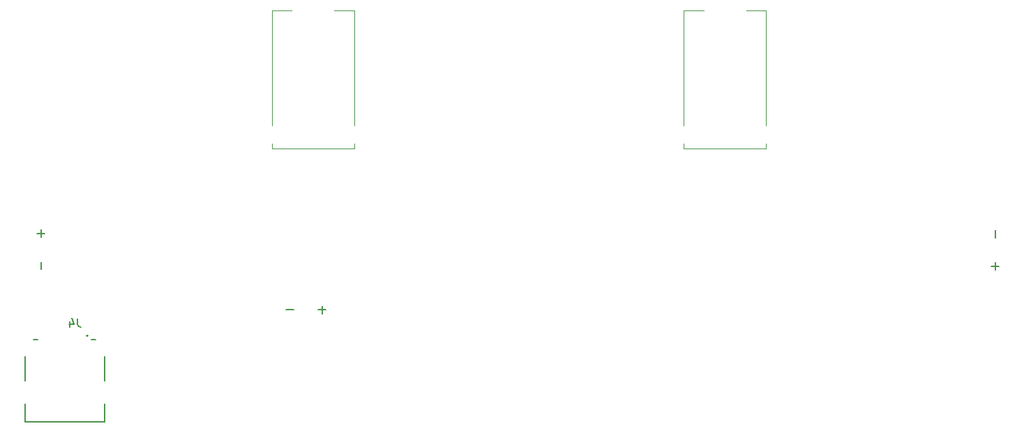
<source format=gbr>
%TF.GenerationSoftware,KiCad,Pcbnew,7.0.6*%
%TF.CreationDate,2023-11-30T12:48:28-08:00*%
%TF.ProjectId,UGC_Main,5547435f-4d61-4696-9e2e-6b696361645f,rev?*%
%TF.SameCoordinates,Original*%
%TF.FileFunction,Legend,Bot*%
%TF.FilePolarity,Positive*%
%FSLAX46Y46*%
G04 Gerber Fmt 4.6, Leading zero omitted, Abs format (unit mm)*
G04 Created by KiCad (PCBNEW 7.0.6) date 2023-11-30 12:48:28*
%MOMM*%
%LPD*%
G01*
G04 APERTURE LIST*
%ADD10C,0.150000*%
%ADD11C,0.127000*%
%ADD12C,0.200000*%
%ADD13C,0.100000*%
G04 APERTURE END LIST*
D10*
X164914979Y-135313852D02*
X164914979Y-136029521D01*
X164914979Y-136029521D02*
X164962691Y-136172655D01*
X164962691Y-136172655D02*
X165058113Y-136268078D01*
X165058113Y-136268078D02*
X165201247Y-136315789D01*
X165201247Y-136315789D02*
X165296670Y-136315789D01*
X164008465Y-135647831D02*
X164008465Y-136315789D01*
X164247021Y-135266141D02*
X164485577Y-135981810D01*
X164485577Y-135981810D02*
X163865331Y-135981810D01*
D11*
%TO.C,J4*%
X168178951Y-147904694D02*
X168178951Y-145654694D01*
X168178951Y-142904694D02*
X168178951Y-139904694D01*
X167103951Y-137904694D02*
X166603951Y-137904694D01*
X160103951Y-137904694D02*
X159603951Y-137904694D01*
X158528951Y-147904694D02*
X168178951Y-147904694D01*
X158528951Y-145654694D02*
X158528951Y-147904694D01*
X158528951Y-139904694D02*
X158528951Y-142904694D01*
D12*
X166203951Y-137404694D02*
G75*
G03*
X166203951Y-137404694I-100000J0D01*
G01*
D13*
%TO.C,RV2*%
X248483657Y-114684400D02*
X248483657Y-114059400D01*
X248483657Y-114684400D02*
X238483657Y-114684400D01*
X248483657Y-97934400D02*
X248483657Y-111874400D01*
X248483657Y-97934400D02*
X246073657Y-97934400D01*
X240893657Y-97934400D02*
X238483657Y-97934400D01*
X238483657Y-114684400D02*
X238483657Y-114054400D01*
X238483657Y-97934400D02*
X238483657Y-111874400D01*
D12*
%TO.C,J1*%
X194594000Y-134718000D02*
X194594000Y-133818000D01*
X190244000Y-134268000D02*
X191144000Y-134268000D01*
X194152000Y-134268000D02*
X195052000Y-134268000D01*
%TO.C,J3*%
X275847600Y-128960400D02*
X276747600Y-128960400D01*
X276297600Y-124610400D02*
X276297600Y-125510400D01*
X276297600Y-128518400D02*
X276297600Y-129418400D01*
%TO.C,J2*%
X160930800Y-124988800D02*
X160030800Y-124988800D01*
X160480800Y-129338800D02*
X160480800Y-128438800D01*
X160480800Y-125430800D02*
X160480800Y-124530800D01*
D13*
%TO.C,RV1*%
X198483657Y-114684400D02*
X198483657Y-114059400D01*
X198483657Y-114684400D02*
X188483657Y-114684400D01*
X198483657Y-97934400D02*
X198483657Y-111874400D01*
X198483657Y-97934400D02*
X196073657Y-97934400D01*
X190893657Y-97934400D02*
X188483657Y-97934400D01*
X188483657Y-114684400D02*
X188483657Y-114054400D01*
X188483657Y-97934400D02*
X188483657Y-111874400D01*
%TD*%
M02*

</source>
